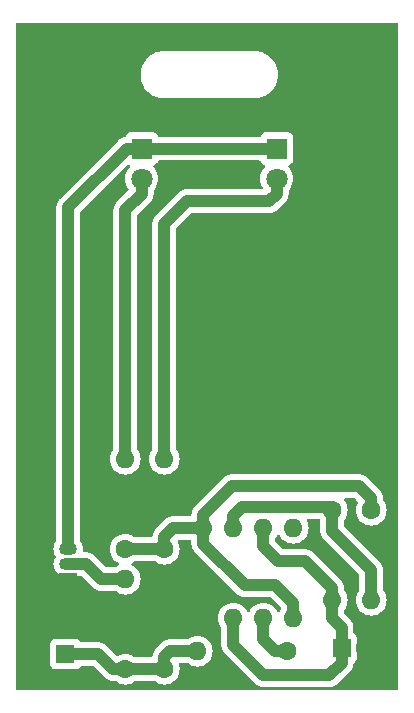
<source format=gbr>
%TF.GenerationSoftware,KiCad,Pcbnew,7.0.2*%
%TF.CreationDate,2023-06-14T17:14:45-03:00*%
%TF.ProjectId,digiKey,64696769-4b65-4792-9e6b-696361645f70,V1*%
%TF.SameCoordinates,Original*%
%TF.FileFunction,Copper,L2,Bot*%
%TF.FilePolarity,Positive*%
%FSLAX46Y46*%
G04 Gerber Fmt 4.6, Leading zero omitted, Abs format (unit mm)*
G04 Created by KiCad (PCBNEW 7.0.2) date 2023-06-14 17:14:45*
%MOMM*%
%LPD*%
G01*
G04 APERTURE LIST*
%TA.AperFunction,ComponentPad*%
%ADD10R,1.500000X1.050000*%
%TD*%
%TA.AperFunction,ComponentPad*%
%ADD11O,1.500000X1.050000*%
%TD*%
%TA.AperFunction,ComponentPad*%
%ADD12C,1.600000*%
%TD*%
%TA.AperFunction,ComponentPad*%
%ADD13O,1.600000X1.600000*%
%TD*%
%TA.AperFunction,ComponentPad*%
%ADD14R,1.600000X1.600000*%
%TD*%
%TA.AperFunction,ComponentPad*%
%ADD15R,1.800000X1.800000*%
%TD*%
%TA.AperFunction,ComponentPad*%
%ADD16C,1.800000*%
%TD*%
%TA.AperFunction,Conductor*%
%ADD17C,1.000000*%
%TD*%
G04 APERTURE END LIST*
D10*
%TO.P,Q1,1,E*%
%TO.N,GND*%
X132842000Y-146304000D03*
D11*
%TO.P,Q1,2,B*%
%TO.N,Net-(Q1-B)*%
X132842000Y-145034000D03*
%TO.P,Q1,3,C*%
%TO.N,Net-(D1-K)*%
X132842000Y-143764000D03*
%TD*%
D12*
%TO.P,R3,1*%
%TO.N,Net-(U1-OUT)*%
X151384000Y-152400000D03*
D13*
%TO.P,R3,2*%
%TO.N,Net-(C2-Pad1)*%
X143764000Y-152400000D03*
%TD*%
D14*
%TO.P,C2,1*%
%TO.N,Net-(C2-Pad1)*%
X132588000Y-152654000D03*
D12*
%TO.P,C2,2*%
%TO.N,GND*%
X132588000Y-150154000D03*
%TD*%
%TO.P,R5,1*%
%TO.N,VCC*%
X140970000Y-143764000D03*
D13*
%TO.P,R5,2*%
%TO.N,Net-(D1-A)*%
X140970000Y-136144000D03*
%TD*%
D12*
%TO.P,R1,1*%
%TO.N,VCC*%
X158496000Y-140462000D03*
D13*
%TO.P,R1,2*%
%TO.N,Net-(U1-DIS)*%
X158496000Y-148082000D03*
%TD*%
D14*
%TO.P,C1,1*%
%TO.N,Net-(U1-THR)*%
X155988000Y-152146000D03*
D12*
%TO.P,C1,2*%
%TO.N,GND*%
X157988000Y-152146000D03*
%TD*%
%TO.P,R7,1*%
%TO.N,Net-(C2-Pad1)*%
X137668000Y-153924000D03*
D13*
%TO.P,R7,2*%
%TO.N,Net-(Q1-B)*%
X137668000Y-146304000D03*
%TD*%
D12*
%TO.P,R6,1*%
%TO.N,VCC*%
X137668000Y-143764000D03*
D13*
%TO.P,R6,2*%
%TO.N,Net-(D2-A)*%
X137668000Y-136144000D03*
%TD*%
D12*
%TO.P,R4,1*%
%TO.N,Net-(C2-Pad1)*%
X140970000Y-153924000D03*
D13*
%TO.P,R4,2*%
%TO.N,GND*%
X140970000Y-146304000D03*
%TD*%
D14*
%TO.P,U1,1,GND*%
%TO.N,GND*%
X144272000Y-149606000D03*
D13*
%TO.P,U1,2,TR*%
%TO.N,Net-(U1-THR)*%
X146812000Y-149606000D03*
%TO.P,U1,3,OUT*%
%TO.N,Net-(U1-OUT)*%
X149352000Y-149606000D03*
%TO.P,U1,4,R*%
%TO.N,VCC*%
X151892000Y-149606000D03*
%TO.P,U1,5,CV*%
%TO.N,unconnected-(U1-CV-Pad5)*%
X151892000Y-141986000D03*
%TO.P,U1,6,THR*%
%TO.N,Net-(U1-THR)*%
X149352000Y-141986000D03*
%TO.P,U1,7,DIS*%
%TO.N,Net-(U1-DIS)*%
X146812000Y-141986000D03*
%TO.P,U1,8,VCC*%
%TO.N,VCC*%
X144272000Y-141986000D03*
%TD*%
D15*
%TO.P,D1,1,K*%
%TO.N,Net-(D1-K)*%
X150495000Y-109855000D03*
D16*
%TO.P,D1,2,A*%
%TO.N,Net-(D1-A)*%
X150495000Y-112395000D03*
%TD*%
D15*
%TO.P,D2,1,K*%
%TO.N,Net-(D1-K)*%
X139065000Y-109855000D03*
D16*
%TO.P,D2,2,A*%
%TO.N,Net-(D2-A)*%
X139065000Y-112395000D03*
%TD*%
D12*
%TO.P,R2,1*%
%TO.N,Net-(U1-DIS)*%
X155194000Y-140462000D03*
D13*
%TO.P,R2,2*%
%TO.N,Net-(U1-THR)*%
X155194000Y-148082000D03*
%TD*%
D17*
%TO.N,Net-(U1-THR)*%
X155194000Y-148082000D02*
X155194000Y-147066000D01*
X154940000Y-154432000D02*
X155988000Y-153384000D01*
X152908000Y-144780000D02*
X150622000Y-144780000D01*
X155988000Y-153384000D02*
X155988000Y-152146000D01*
X155988000Y-150432000D02*
X155194000Y-149638000D01*
X146812000Y-151892000D02*
X149352000Y-154432000D01*
X149352000Y-154432000D02*
X154940000Y-154432000D01*
X155194000Y-149638000D02*
X155194000Y-148082000D01*
X149352000Y-143510000D02*
X149352000Y-141986000D01*
X150622000Y-144780000D02*
X149352000Y-143510000D01*
X155194000Y-147066000D02*
X152908000Y-144780000D01*
X155988000Y-152146000D02*
X155988000Y-150432000D01*
X146812000Y-149606000D02*
X146812000Y-151892000D01*
%TO.N,Net-(C2-Pad1)*%
X140970000Y-153924000D02*
X140970000Y-152908000D01*
X135382000Y-152654000D02*
X132588000Y-152654000D01*
X141478000Y-152400000D02*
X143764000Y-152400000D01*
X140970000Y-153924000D02*
X137668000Y-153924000D01*
X140970000Y-152908000D02*
X141478000Y-152400000D01*
X137668000Y-153924000D02*
X136652000Y-153924000D01*
X136652000Y-153924000D02*
X135382000Y-152654000D01*
%TO.N,Net-(D1-K)*%
X150495000Y-109855000D02*
X139065000Y-109855000D01*
X137795000Y-109855000D02*
X139065000Y-109855000D01*
X132842000Y-114808000D02*
X137795000Y-109855000D01*
X132842000Y-143764000D02*
X132842000Y-114808000D01*
%TO.N,Net-(D1-A)*%
X142875000Y-114300000D02*
X149860000Y-114300000D01*
X149860000Y-114300000D02*
X150495000Y-113665000D01*
X140970000Y-136144000D02*
X140970000Y-116205000D01*
X150495000Y-113665000D02*
X150495000Y-112395000D01*
X140970000Y-116205000D02*
X142875000Y-114300000D01*
%TO.N,Net-(D2-A)*%
X137668000Y-115062000D02*
X139065000Y-113665000D01*
X139065000Y-113665000D02*
X139065000Y-112395000D01*
X137668000Y-136144000D02*
X137668000Y-115062000D01*
%TO.N,Net-(Q1-B)*%
X135636000Y-146304000D02*
X134366000Y-145034000D01*
X134366000Y-145034000D02*
X132842000Y-145034000D01*
X137668000Y-146304000D02*
X135636000Y-146304000D01*
%TO.N,VCC*%
X146696630Y-138430000D02*
X157480000Y-138430000D01*
X157480000Y-138430000D02*
X158496000Y-139446000D01*
X151892000Y-148336000D02*
X150368000Y-146812000D01*
X158496000Y-139446000D02*
X158496000Y-140462000D01*
X140970000Y-142748000D02*
X140970000Y-143764000D01*
X151892000Y-149606000D02*
X151892000Y-148336000D01*
X141732000Y-141986000D02*
X140970000Y-142748000D01*
X150368000Y-146812000D02*
X147788000Y-146812000D01*
X144272000Y-140854630D02*
X146696630Y-138430000D01*
X144272000Y-141986000D02*
X141732000Y-141986000D01*
X144272000Y-143296000D02*
X144272000Y-141986000D01*
X137668000Y-143764000D02*
X140970000Y-143764000D01*
X144272000Y-141986000D02*
X144272000Y-140854630D01*
X147788000Y-146812000D02*
X144272000Y-143296000D01*
%TO.N,Net-(U1-DIS)*%
X155194000Y-140462000D02*
X154940000Y-140208000D01*
X154940000Y-140208000D02*
X147574000Y-140208000D01*
X146812000Y-140970000D02*
X146812000Y-141986000D01*
X155194000Y-142240000D02*
X155194000Y-140462000D01*
X158496000Y-148082000D02*
X158496000Y-145542000D01*
X158496000Y-145542000D02*
X155194000Y-142240000D01*
X147574000Y-140208000D02*
X146812000Y-140970000D01*
%TO.N,Net-(U1-OUT)*%
X149352000Y-151384000D02*
X150368000Y-152400000D01*
X150368000Y-152400000D02*
X151384000Y-152400000D01*
X149352000Y-149606000D02*
X149352000Y-151384000D01*
%TD*%
%TA.AperFunction,Conductor*%
%TO.N,GND*%
G36*
X160724539Y-99207185D02*
G01*
X160770294Y-99259989D01*
X160781500Y-99311500D01*
X160781500Y-155577500D01*
X160761815Y-155644539D01*
X160709011Y-155690294D01*
X160657500Y-155701500D01*
X128521500Y-155701500D01*
X128454461Y-155681815D01*
X128408706Y-155629011D01*
X128397500Y-155577500D01*
X128397500Y-153498578D01*
X131287500Y-153498578D01*
X131287501Y-153501872D01*
X131287853Y-153505152D01*
X131287854Y-153505159D01*
X131293383Y-153556594D01*
X131293909Y-153561483D01*
X131344204Y-153696331D01*
X131430454Y-153811546D01*
X131545669Y-153897796D01*
X131680517Y-153948091D01*
X131740127Y-153954500D01*
X133435872Y-153954499D01*
X133495483Y-153948091D01*
X133630331Y-153897796D01*
X133745546Y-153811546D01*
X133825914Y-153704188D01*
X133881847Y-153662318D01*
X133925180Y-153654500D01*
X134916217Y-153654500D01*
X134983256Y-153674185D01*
X135003898Y-153690819D01*
X135934432Y-154621352D01*
X135936625Y-154623601D01*
X135996942Y-154687054D01*
X136045362Y-154720755D01*
X136052871Y-154726416D01*
X136098593Y-154763698D01*
X136125562Y-154777785D01*
X136138982Y-154785916D01*
X136163949Y-154803294D01*
X136218163Y-154826559D01*
X136226673Y-154830601D01*
X136278951Y-154857909D01*
X136308200Y-154866277D01*
X136322970Y-154871535D01*
X136350942Y-154883540D01*
X136350945Y-154883540D01*
X136350946Y-154883541D01*
X136408726Y-154895414D01*
X136417869Y-154897657D01*
X136474582Y-154913886D01*
X136504920Y-154916196D01*
X136520448Y-154918373D01*
X136550259Y-154924500D01*
X136609244Y-154924500D01*
X136618659Y-154924858D01*
X136622806Y-154925173D01*
X136677476Y-154929337D01*
X136704278Y-154925923D01*
X136707652Y-154925494D01*
X136723317Y-154924500D01*
X136790412Y-154924500D01*
X136857451Y-154944185D01*
X136861523Y-154946917D01*
X137015266Y-155054568D01*
X137221504Y-155150739D01*
X137441308Y-155209635D01*
X137592435Y-155222856D01*
X137667999Y-155229468D01*
X137667999Y-155229467D01*
X137668000Y-155229468D01*
X137894692Y-155209635D01*
X138114496Y-155150739D01*
X138320734Y-155054568D01*
X138474465Y-154946924D01*
X138540671Y-154924598D01*
X138545588Y-154924500D01*
X140092412Y-154924500D01*
X140159451Y-154944185D01*
X140163523Y-154946917D01*
X140317266Y-155054568D01*
X140523504Y-155150739D01*
X140743308Y-155209635D01*
X140970000Y-155229468D01*
X141196692Y-155209635D01*
X141416496Y-155150739D01*
X141622734Y-155054568D01*
X141809139Y-154924047D01*
X141970047Y-154763139D01*
X142100568Y-154576734D01*
X142196739Y-154370496D01*
X142255635Y-154150692D01*
X142275468Y-153924000D01*
X142273175Y-153897796D01*
X142265801Y-153813509D01*
X142255635Y-153697308D01*
X142217930Y-153556594D01*
X142219594Y-153486744D01*
X142258756Y-153428881D01*
X142322985Y-153401377D01*
X142337706Y-153400500D01*
X142886412Y-153400500D01*
X142953451Y-153420185D01*
X142957523Y-153422917D01*
X143111266Y-153530568D01*
X143317504Y-153626739D01*
X143537308Y-153685635D01*
X143764000Y-153705468D01*
X143990692Y-153685635D01*
X144210496Y-153626739D01*
X144416734Y-153530568D01*
X144603139Y-153400047D01*
X144764047Y-153239139D01*
X144894568Y-153052734D01*
X144990739Y-152846496D01*
X145049635Y-152626692D01*
X145069468Y-152400000D01*
X145049635Y-152173308D01*
X144990739Y-151953504D01*
X144894568Y-151747266D01*
X144891560Y-151742969D01*
X144764046Y-151560859D01*
X144603140Y-151399953D01*
X144416735Y-151269432D01*
X144210497Y-151173261D01*
X143990689Y-151114364D01*
X143763999Y-151094531D01*
X143537310Y-151114364D01*
X143317502Y-151173261D01*
X143111265Y-151269432D01*
X143064852Y-151301931D01*
X142968038Y-151369721D01*
X142957535Y-151377075D01*
X142891329Y-151399402D01*
X142886412Y-151399500D01*
X141492238Y-151399500D01*
X141489096Y-151399460D01*
X141401635Y-151397243D01*
X141343581Y-151407648D01*
X141334253Y-151408957D01*
X141275561Y-151414926D01*
X141246527Y-151424035D01*
X141231288Y-151427775D01*
X141201345Y-151433142D01*
X141146568Y-151455021D01*
X141137698Y-151458179D01*
X141081410Y-151475841D01*
X141054809Y-151490605D01*
X141040639Y-151497335D01*
X141012385Y-151508622D01*
X140963121Y-151541087D01*
X140955070Y-151545964D01*
X140903498Y-151574590D01*
X140880414Y-151594407D01*
X140867887Y-151603853D01*
X140842481Y-151620598D01*
X140800776Y-151662302D01*
X140793869Y-151668702D01*
X140749105Y-151707132D01*
X140730480Y-151731193D01*
X140720108Y-151742969D01*
X140272644Y-152190434D01*
X140270396Y-152192626D01*
X140206949Y-152252938D01*
X140173245Y-152301361D01*
X140167573Y-152308882D01*
X140130301Y-152354593D01*
X140116210Y-152381566D01*
X140108082Y-152394983D01*
X140090705Y-152419950D01*
X140067439Y-152474165D01*
X140063399Y-152482671D01*
X140036090Y-152534952D01*
X140027720Y-152564201D01*
X140022459Y-152578978D01*
X140010460Y-152606942D01*
X139998587Y-152664713D01*
X139996342Y-152673860D01*
X139980113Y-152730580D01*
X139977802Y-152760925D01*
X139975622Y-152776466D01*
X139966962Y-152818610D01*
X139964063Y-152818014D01*
X139949815Y-152866539D01*
X139897011Y-152912294D01*
X139845500Y-152923500D01*
X138545588Y-152923500D01*
X138478549Y-152903815D01*
X138474465Y-152901075D01*
X138425142Y-152866539D01*
X138320734Y-152793432D01*
X138284351Y-152776466D01*
X138114497Y-152697261D01*
X137894689Y-152638364D01*
X137667999Y-152618531D01*
X137441310Y-152638364D01*
X137221501Y-152697261D01*
X137040138Y-152781833D01*
X136971060Y-152792325D01*
X136907276Y-152763805D01*
X136900052Y-152757132D01*
X136099567Y-151956647D01*
X136097374Y-151954398D01*
X136037059Y-151890946D01*
X135988642Y-151857247D01*
X135981119Y-151851575D01*
X135935405Y-151814300D01*
X135908440Y-151800215D01*
X135895019Y-151792084D01*
X135870049Y-151774705D01*
X135870048Y-151774704D01*
X135870046Y-151774703D01*
X135815845Y-151751443D01*
X135807336Y-151747402D01*
X135755053Y-151720092D01*
X135749126Y-151718396D01*
X135725798Y-151711721D01*
X135711020Y-151706459D01*
X135683058Y-151694460D01*
X135625272Y-151682583D01*
X135616128Y-151680338D01*
X135559421Y-151664113D01*
X135529075Y-151661802D01*
X135513534Y-151659622D01*
X135483742Y-151653500D01*
X135483741Y-151653500D01*
X135424758Y-151653500D01*
X135415344Y-151653142D01*
X135406198Y-151652445D01*
X135356524Y-151648663D01*
X135356523Y-151648663D01*
X135356522Y-151648663D01*
X135326349Y-151652506D01*
X135310683Y-151653500D01*
X133925180Y-151653500D01*
X133858141Y-151633815D01*
X133825913Y-151603811D01*
X133822708Y-151599530D01*
X133745546Y-151496454D01*
X133630331Y-151410204D01*
X133495483Y-151359909D01*
X133435873Y-151353500D01*
X133432550Y-151353500D01*
X131743439Y-151353500D01*
X131743420Y-151353500D01*
X131740128Y-151353501D01*
X131736848Y-151353853D01*
X131736840Y-151353854D01*
X131680515Y-151359909D01*
X131545669Y-151410204D01*
X131430454Y-151496454D01*
X131344204Y-151611668D01*
X131293909Y-151746516D01*
X131288136Y-151800215D01*
X131287500Y-151806127D01*
X131287500Y-151809448D01*
X131287500Y-151809449D01*
X131287500Y-153498560D01*
X131287500Y-153498578D01*
X128397500Y-153498578D01*
X128397500Y-145033999D01*
X131586538Y-145033999D01*
X131606337Y-145235031D01*
X131664978Y-145428343D01*
X131692376Y-145479601D01*
X131760202Y-145606494D01*
X131785586Y-145637424D01*
X131888352Y-145762647D01*
X131947881Y-145811500D01*
X132044506Y-145890798D01*
X132222659Y-145986023D01*
X132415967Y-146044662D01*
X132566620Y-146059500D01*
X132569670Y-146059500D01*
X133114330Y-146059500D01*
X133117380Y-146059500D01*
X133268033Y-146044662D01*
X133283932Y-146039838D01*
X133319927Y-146034500D01*
X133900217Y-146034500D01*
X133967256Y-146054185D01*
X133987898Y-146070819D01*
X134918432Y-147001352D01*
X134920625Y-147003601D01*
X134980942Y-147067054D01*
X135029362Y-147100755D01*
X135036871Y-147106416D01*
X135082593Y-147143698D01*
X135109562Y-147157785D01*
X135122982Y-147165916D01*
X135147949Y-147183294D01*
X135202163Y-147206559D01*
X135210673Y-147210601D01*
X135262951Y-147237909D01*
X135292200Y-147246277D01*
X135306970Y-147251535D01*
X135334942Y-147263540D01*
X135334945Y-147263540D01*
X135334946Y-147263541D01*
X135392726Y-147275414D01*
X135401869Y-147277657D01*
X135458582Y-147293886D01*
X135488920Y-147296196D01*
X135504448Y-147298373D01*
X135534259Y-147304500D01*
X135593244Y-147304500D01*
X135602659Y-147304858D01*
X135606806Y-147305173D01*
X135661476Y-147309337D01*
X135688278Y-147305923D01*
X135691652Y-147305494D01*
X135707317Y-147304500D01*
X136790412Y-147304500D01*
X136857451Y-147324185D01*
X136861523Y-147326917D01*
X137015266Y-147434568D01*
X137221504Y-147530739D01*
X137441308Y-147589635D01*
X137668000Y-147609468D01*
X137894692Y-147589635D01*
X138114496Y-147530739D01*
X138320734Y-147434568D01*
X138507139Y-147304047D01*
X138668047Y-147143139D01*
X138798568Y-146956734D01*
X138894739Y-146750496D01*
X138953635Y-146530692D01*
X138973468Y-146304000D01*
X138953635Y-146077308D01*
X138894739Y-145857504D01*
X138798568Y-145651266D01*
X138796998Y-145649023D01*
X138668046Y-145464859D01*
X138507140Y-145303953D01*
X138320733Y-145173431D01*
X138262725Y-145146382D01*
X138210285Y-145100210D01*
X138191133Y-145033017D01*
X138211348Y-144966135D01*
X138262725Y-144921618D01*
X138320734Y-144894568D01*
X138474465Y-144786924D01*
X138540671Y-144764598D01*
X138545588Y-144764500D01*
X140092412Y-144764500D01*
X140159451Y-144784185D01*
X140163523Y-144786917D01*
X140317266Y-144894568D01*
X140523504Y-144990739D01*
X140743308Y-145049635D01*
X140970000Y-145069468D01*
X141196692Y-145049635D01*
X141416496Y-144990739D01*
X141622734Y-144894568D01*
X141809139Y-144764047D01*
X141970047Y-144603139D01*
X142100568Y-144416734D01*
X142196739Y-144210496D01*
X142255635Y-143990692D01*
X142275468Y-143764000D01*
X142255635Y-143537308D01*
X142196739Y-143317504D01*
X142147886Y-143212739D01*
X142124648Y-143162905D01*
X142114156Y-143093828D01*
X142142676Y-143030044D01*
X142201152Y-142991804D01*
X142237030Y-142986500D01*
X143147500Y-142986500D01*
X143214539Y-143006185D01*
X143260294Y-143058989D01*
X143271500Y-143110500D01*
X143271500Y-143281721D01*
X143271460Y-143284863D01*
X143269242Y-143372362D01*
X143279648Y-143430420D01*
X143280957Y-143439749D01*
X143286926Y-143498438D01*
X143296033Y-143527467D01*
X143299772Y-143542702D01*
X143305141Y-143572652D01*
X143327020Y-143627425D01*
X143330180Y-143636300D01*
X143347841Y-143692588D01*
X143362607Y-143719191D01*
X143369337Y-143733364D01*
X143380622Y-143761617D01*
X143413080Y-143810867D01*
X143417961Y-143818923D01*
X143446590Y-143870501D01*
X143466404Y-143893581D01*
X143475856Y-143906116D01*
X143489102Y-143926215D01*
X143492599Y-143931520D01*
X143534300Y-143973221D01*
X143540705Y-143980132D01*
X143579134Y-144024896D01*
X143603193Y-144043519D01*
X143614972Y-144053893D01*
X147070431Y-147509351D01*
X147072624Y-147511600D01*
X147132942Y-147575054D01*
X147181362Y-147608755D01*
X147188871Y-147614416D01*
X147234593Y-147651698D01*
X147261562Y-147665785D01*
X147274982Y-147673916D01*
X147299949Y-147691294D01*
X147354163Y-147714559D01*
X147362663Y-147718595D01*
X147389180Y-147732447D01*
X147414951Y-147745909D01*
X147444196Y-147754277D01*
X147458986Y-147759543D01*
X147463542Y-147761498D01*
X147486942Y-147771540D01*
X147544737Y-147783416D01*
X147553854Y-147785654D01*
X147610582Y-147801887D01*
X147640916Y-147804196D01*
X147656453Y-147806374D01*
X147686259Y-147812500D01*
X147745242Y-147812500D01*
X147754656Y-147812858D01*
X147813476Y-147817337D01*
X147843651Y-147813493D01*
X147859317Y-147812500D01*
X149902217Y-147812500D01*
X149969256Y-147832185D01*
X149989898Y-147848819D01*
X150824963Y-148683884D01*
X150858448Y-148745207D01*
X150853464Y-148814899D01*
X150838858Y-148842687D01*
X150761433Y-148953263D01*
X150734382Y-149011275D01*
X150688209Y-149063714D01*
X150621015Y-149082865D01*
X150554134Y-149062649D01*
X150509618Y-149011275D01*
X150482568Y-148953266D01*
X150437194Y-148888465D01*
X150352046Y-148766859D01*
X150191140Y-148605953D01*
X150004735Y-148475432D01*
X149798497Y-148379261D01*
X149578689Y-148320364D01*
X149352000Y-148300531D01*
X149125310Y-148320364D01*
X148905502Y-148379261D01*
X148699264Y-148475432D01*
X148512859Y-148605953D01*
X148351953Y-148766859D01*
X148221433Y-148953263D01*
X148194382Y-149011275D01*
X148148209Y-149063714D01*
X148081015Y-149082865D01*
X148014134Y-149062649D01*
X147969618Y-149011275D01*
X147942568Y-148953266D01*
X147897194Y-148888465D01*
X147812046Y-148766859D01*
X147651140Y-148605953D01*
X147464735Y-148475432D01*
X147258497Y-148379261D01*
X147038689Y-148320364D01*
X146812000Y-148300531D01*
X146585310Y-148320364D01*
X146365502Y-148379261D01*
X146159264Y-148475432D01*
X145972859Y-148605953D01*
X145811953Y-148766859D01*
X145681432Y-148953264D01*
X145585261Y-149159502D01*
X145526364Y-149379310D01*
X145506531Y-149605999D01*
X145526364Y-149832689D01*
X145585261Y-150052497D01*
X145673420Y-150241552D01*
X145681432Y-150258734D01*
X145773574Y-150390328D01*
X145789075Y-150412465D01*
X145811402Y-150478671D01*
X145811500Y-150483588D01*
X145811500Y-151877721D01*
X145811460Y-151880863D01*
X145809242Y-151968362D01*
X145819648Y-152026420D01*
X145820957Y-152035749D01*
X145826926Y-152094438D01*
X145836033Y-152123467D01*
X145839772Y-152138702D01*
X145845141Y-152168652D01*
X145867020Y-152223425D01*
X145870180Y-152232300D01*
X145887841Y-152288588D01*
X145902607Y-152315191D01*
X145909337Y-152329364D01*
X145920622Y-152357617D01*
X145953080Y-152406867D01*
X145957961Y-152414923D01*
X145986590Y-152466501D01*
X146006404Y-152489581D01*
X146015856Y-152502116D01*
X146032599Y-152527520D01*
X146074300Y-152569221D01*
X146080705Y-152576132D01*
X146119130Y-152620891D01*
X146119131Y-152620892D01*
X146119134Y-152620895D01*
X146143198Y-152639522D01*
X146154968Y-152649889D01*
X148634449Y-155129370D01*
X148636642Y-155131619D01*
X148696941Y-155195053D01*
X148745370Y-155228760D01*
X148752862Y-155234409D01*
X148798592Y-155271697D01*
X148818939Y-155282325D01*
X148825557Y-155285782D01*
X148838981Y-155293915D01*
X148863950Y-155311295D01*
X148863951Y-155311295D01*
X148918165Y-155334560D01*
X148926675Y-155338602D01*
X148978951Y-155365909D01*
X149008200Y-155374277D01*
X149022970Y-155379535D01*
X149050942Y-155391540D01*
X149050945Y-155391540D01*
X149050946Y-155391541D01*
X149108726Y-155403414D01*
X149117869Y-155405657D01*
X149174582Y-155421886D01*
X149204920Y-155424196D01*
X149220448Y-155426373D01*
X149250259Y-155432500D01*
X149309244Y-155432500D01*
X149318659Y-155432858D01*
X149322806Y-155433173D01*
X149377476Y-155437337D01*
X149404278Y-155433923D01*
X149407652Y-155433494D01*
X149423317Y-155432500D01*
X154925721Y-155432500D01*
X154928862Y-155432539D01*
X155016363Y-155434757D01*
X155074432Y-155424348D01*
X155083736Y-155423043D01*
X155142438Y-155417074D01*
X155171467Y-155407965D01*
X155186700Y-155404226D01*
X155216653Y-155398858D01*
X155271426Y-155376978D01*
X155280301Y-155373819D01*
X155297675Y-155368367D01*
X155336588Y-155356159D01*
X155363194Y-155341390D01*
X155377362Y-155334662D01*
X155405617Y-155323377D01*
X155454879Y-155290909D01*
X155462910Y-155286043D01*
X155514502Y-155257409D01*
X155537587Y-155237589D01*
X155550114Y-155228144D01*
X155575519Y-155211402D01*
X155617251Y-155169668D01*
X155624123Y-155163300D01*
X155668895Y-155124866D01*
X155687524Y-155100798D01*
X155697883Y-155089036D01*
X156685390Y-154101528D01*
X156687560Y-154099412D01*
X156751053Y-154039059D01*
X156784759Y-153990630D01*
X156790428Y-153983113D01*
X156827698Y-153937407D01*
X156841783Y-153910439D01*
X156849918Y-153897015D01*
X156856373Y-153887740D01*
X156867295Y-153872049D01*
X156890568Y-153817815D01*
X156894598Y-153809331D01*
X156921908Y-153757051D01*
X156921909Y-153757049D01*
X156930278Y-153727797D01*
X156935534Y-153713032D01*
X156947540Y-153685058D01*
X156959418Y-153627256D01*
X156961651Y-153618156D01*
X156977887Y-153561418D01*
X156980197Y-153531077D01*
X156982376Y-153515535D01*
X156988500Y-153485741D01*
X156988500Y-153483180D01*
X156990253Y-153477207D01*
X156991039Y-153473387D01*
X156991356Y-153473452D01*
X157008185Y-153416141D01*
X157038187Y-153383914D01*
X157145546Y-153303546D01*
X157231796Y-153188331D01*
X157282091Y-153053483D01*
X157288500Y-152993873D01*
X157288499Y-151298128D01*
X157282091Y-151238517D01*
X157231796Y-151103669D01*
X157145546Y-150988454D01*
X157038188Y-150908085D01*
X156996318Y-150852153D01*
X156988500Y-150808820D01*
X156988500Y-150446277D01*
X156988540Y-150443135D01*
X156990757Y-150355639D01*
X156984111Y-150318563D01*
X156980346Y-150297558D01*
X156979039Y-150288232D01*
X156973074Y-150229562D01*
X156963963Y-150200527D01*
X156960226Y-150185297D01*
X156954859Y-150155348D01*
X156932972Y-150100555D01*
X156929816Y-150091690D01*
X156912159Y-150035412D01*
X156897395Y-150008813D01*
X156890665Y-149994640D01*
X156880593Y-149969425D01*
X156879378Y-149966383D01*
X156846909Y-149917118D01*
X156842040Y-149909082D01*
X156813409Y-149857498D01*
X156813408Y-149857496D01*
X156793593Y-149834415D01*
X156784144Y-149821883D01*
X156767402Y-149796481D01*
X156725699Y-149754779D01*
X156719292Y-149747866D01*
X156680865Y-149703103D01*
X156656802Y-149684477D01*
X156645022Y-149674102D01*
X156230819Y-149259899D01*
X156197334Y-149198576D01*
X156194500Y-149172218D01*
X156194500Y-148959588D01*
X156214185Y-148892549D01*
X156216925Y-148888465D01*
X156268436Y-148814899D01*
X156324568Y-148734734D01*
X156420739Y-148528496D01*
X156479635Y-148308692D01*
X156499468Y-148082000D01*
X156479635Y-147855308D01*
X156420739Y-147635504D01*
X156324568Y-147429266D01*
X156324567Y-147429264D01*
X156216925Y-147275533D01*
X156194597Y-147209326D01*
X156194500Y-147204410D01*
X156194500Y-147080238D01*
X156194540Y-147077096D01*
X156196756Y-146989638D01*
X156186351Y-146931585D01*
X156185042Y-146922253D01*
X156179074Y-146863562D01*
X156169967Y-146834537D01*
X156166223Y-146819286D01*
X156160857Y-146789343D01*
X156138976Y-146734565D01*
X156135816Y-146725689D01*
X156133056Y-146716892D01*
X156118159Y-146669412D01*
X156103395Y-146642812D01*
X156096660Y-146628631D01*
X156085377Y-146600383D01*
X156052917Y-146551131D01*
X156048036Y-146543074D01*
X156019409Y-146491498D01*
X155999582Y-146468403D01*
X155990146Y-146455888D01*
X155973402Y-146430481D01*
X155973400Y-146430479D01*
X155973399Y-146430477D01*
X155931693Y-146388772D01*
X155925287Y-146381860D01*
X155886864Y-146337102D01*
X155862804Y-146318478D01*
X155851026Y-146308105D01*
X153625567Y-144082647D01*
X153623374Y-144080398D01*
X153563059Y-144016946D01*
X153514642Y-143983247D01*
X153507119Y-143977575D01*
X153461405Y-143940300D01*
X153434440Y-143926215D01*
X153421019Y-143918084D01*
X153396049Y-143900705D01*
X153396048Y-143900704D01*
X153396046Y-143900703D01*
X153341845Y-143877443D01*
X153333336Y-143873402D01*
X153281053Y-143846092D01*
X153275126Y-143844396D01*
X153251798Y-143837721D01*
X153237020Y-143832459D01*
X153209058Y-143820460D01*
X153151272Y-143808583D01*
X153142128Y-143806338D01*
X153085421Y-143790113D01*
X153055075Y-143787802D01*
X153039534Y-143785622D01*
X153009742Y-143779500D01*
X153009741Y-143779500D01*
X152950758Y-143779500D01*
X152941344Y-143779142D01*
X152932198Y-143778445D01*
X152882524Y-143774663D01*
X152882523Y-143774663D01*
X152882522Y-143774663D01*
X152852349Y-143778506D01*
X152836683Y-143779500D01*
X151087783Y-143779500D01*
X151020744Y-143759815D01*
X151000102Y-143743181D01*
X150388819Y-143131898D01*
X150355334Y-143070575D01*
X150352500Y-143044217D01*
X150352500Y-142863588D01*
X150372185Y-142796549D01*
X150374925Y-142792465D01*
X150394889Y-142763953D01*
X150482568Y-142638734D01*
X150509618Y-142580724D01*
X150555790Y-142528285D01*
X150622983Y-142509133D01*
X150689865Y-142529348D01*
X150734382Y-142580725D01*
X150761431Y-142638733D01*
X150891953Y-142825140D01*
X151052859Y-142986046D01*
X151239264Y-143116567D01*
X151239265Y-143116567D01*
X151239266Y-143116568D01*
X151445504Y-143212739D01*
X151665308Y-143271635D01*
X151798457Y-143283284D01*
X151891999Y-143291468D01*
X151891999Y-143291467D01*
X151892000Y-143291468D01*
X152118692Y-143271635D01*
X152338496Y-143212739D01*
X152544734Y-143116568D01*
X152731139Y-142986047D01*
X152892047Y-142825139D01*
X153022568Y-142638734D01*
X153118739Y-142432496D01*
X153177635Y-142212692D01*
X153197468Y-141986000D01*
X153177635Y-141759308D01*
X153118739Y-141539504D01*
X153046648Y-141384905D01*
X153036156Y-141315828D01*
X153064676Y-141252044D01*
X153123152Y-141213804D01*
X153159030Y-141208500D01*
X154064537Y-141208500D01*
X154131576Y-141228185D01*
X154166112Y-141261377D01*
X154171075Y-141268465D01*
X154193402Y-141334671D01*
X154193500Y-141339588D01*
X154193500Y-142225721D01*
X154193460Y-142228863D01*
X154191242Y-142316362D01*
X154201648Y-142374420D01*
X154202957Y-142383749D01*
X154208926Y-142442438D01*
X154218033Y-142471467D01*
X154221772Y-142486702D01*
X154227141Y-142516652D01*
X154249020Y-142571425D01*
X154252180Y-142580300D01*
X154268850Y-142633432D01*
X154269841Y-142636588D01*
X154284607Y-142663191D01*
X154291337Y-142677364D01*
X154302622Y-142705617D01*
X154335080Y-142754867D01*
X154339961Y-142762923D01*
X154368590Y-142814501D01*
X154388404Y-142837581D01*
X154397856Y-142850116D01*
X154411170Y-142870318D01*
X154414599Y-142875520D01*
X154456300Y-142917221D01*
X154462705Y-142924132D01*
X154501134Y-142968896D01*
X154525193Y-142987519D01*
X154536972Y-142997893D01*
X157459180Y-145920101D01*
X157492665Y-145981424D01*
X157495499Y-146007782D01*
X157495500Y-147204410D01*
X157475815Y-147271449D01*
X157473075Y-147275533D01*
X157365432Y-147429264D01*
X157269261Y-147635502D01*
X157210364Y-147855310D01*
X157190531Y-148081999D01*
X157210364Y-148308689D01*
X157269261Y-148528497D01*
X157365432Y-148734735D01*
X157495953Y-148921140D01*
X157656859Y-149082046D01*
X157843264Y-149212567D01*
X157843265Y-149212567D01*
X157843266Y-149212568D01*
X158049504Y-149308739D01*
X158269308Y-149367635D01*
X158496000Y-149387468D01*
X158722692Y-149367635D01*
X158942496Y-149308739D01*
X159148734Y-149212568D01*
X159335139Y-149082047D01*
X159496047Y-148921139D01*
X159626568Y-148734734D01*
X159722739Y-148528496D01*
X159781635Y-148308692D01*
X159801468Y-148082000D01*
X159781635Y-147855308D01*
X159722739Y-147635504D01*
X159626568Y-147429266D01*
X159626567Y-147429264D01*
X159518925Y-147275533D01*
X159496597Y-147209326D01*
X159496500Y-147204410D01*
X159496500Y-145556238D01*
X159496540Y-145553096D01*
X159498756Y-145465638D01*
X159498617Y-145464861D01*
X159488349Y-145407576D01*
X159487042Y-145398253D01*
X159481074Y-145339562D01*
X159471967Y-145310537D01*
X159468223Y-145295286D01*
X159466167Y-145283815D01*
X159462858Y-145265347D01*
X159462857Y-145265345D01*
X159462857Y-145265343D01*
X159440976Y-145210565D01*
X159437816Y-145201689D01*
X159435056Y-145192892D01*
X159420159Y-145145412D01*
X159405395Y-145118812D01*
X159398660Y-145104631D01*
X159396894Y-145100210D01*
X159387377Y-145076383D01*
X159354917Y-145027131D01*
X159350036Y-145019074D01*
X159321409Y-144967498D01*
X159301582Y-144944403D01*
X159292146Y-144931888D01*
X159275402Y-144906481D01*
X159275400Y-144906479D01*
X159275399Y-144906477D01*
X159233693Y-144864772D01*
X159227287Y-144857860D01*
X159188864Y-144813102D01*
X159164804Y-144794478D01*
X159153026Y-144784105D01*
X156230819Y-141861898D01*
X156197334Y-141800575D01*
X156194500Y-141774217D01*
X156194500Y-141339588D01*
X156214185Y-141272549D01*
X156216925Y-141268465D01*
X156251564Y-141218995D01*
X156324568Y-141114734D01*
X156420739Y-140908496D01*
X156479635Y-140688692D01*
X156499468Y-140462000D01*
X156479635Y-140235308D01*
X156420739Y-140015504D01*
X156324568Y-139809266D01*
X156324567Y-139809264D01*
X156195982Y-139625623D01*
X156173655Y-139559416D01*
X156190666Y-139491649D01*
X156241614Y-139443837D01*
X156297557Y-139430500D01*
X157014217Y-139430500D01*
X157081256Y-139450185D01*
X157101898Y-139466819D01*
X157224405Y-139589326D01*
X157329132Y-139694052D01*
X157362617Y-139755375D01*
X157357633Y-139825066D01*
X157353833Y-139834138D01*
X157269261Y-140015501D01*
X157210364Y-140235310D01*
X157190531Y-140461999D01*
X157210364Y-140688689D01*
X157269261Y-140908497D01*
X157365432Y-141114735D01*
X157495953Y-141301140D01*
X157656859Y-141462046D01*
X157843264Y-141592567D01*
X157843265Y-141592567D01*
X157843266Y-141592568D01*
X158049504Y-141688739D01*
X158269308Y-141747635D01*
X158496000Y-141767468D01*
X158722692Y-141747635D01*
X158942496Y-141688739D01*
X159148734Y-141592568D01*
X159335139Y-141462047D01*
X159496047Y-141301139D01*
X159626568Y-141114734D01*
X159722739Y-140908496D01*
X159781635Y-140688692D01*
X159801468Y-140462000D01*
X159781635Y-140235308D01*
X159722739Y-140015504D01*
X159626568Y-139809266D01*
X159626567Y-139809264D01*
X159518925Y-139655533D01*
X159496597Y-139589326D01*
X159496500Y-139584410D01*
X159496500Y-139460277D01*
X159496540Y-139457135D01*
X159498757Y-139369638D01*
X159488350Y-139311574D01*
X159487041Y-139302242D01*
X159481074Y-139243562D01*
X159471962Y-139214520D01*
X159468226Y-139199297D01*
X159462858Y-139169347D01*
X159440976Y-139114566D01*
X159437816Y-139105689D01*
X159420159Y-139049412D01*
X159405395Y-139022812D01*
X159398660Y-139008631D01*
X159387377Y-138980383D01*
X159354917Y-138931131D01*
X159350036Y-138923074D01*
X159321409Y-138871498D01*
X159301582Y-138848403D01*
X159292146Y-138835888D01*
X159275402Y-138810481D01*
X159233680Y-138768760D01*
X159227300Y-138761876D01*
X159188866Y-138717105D01*
X159188860Y-138717100D01*
X159164804Y-138698478D01*
X159153026Y-138688105D01*
X158197567Y-137732647D01*
X158195374Y-137730398D01*
X158135059Y-137666946D01*
X158086642Y-137633247D01*
X158079119Y-137627575D01*
X158033405Y-137590300D01*
X158006440Y-137576215D01*
X157993019Y-137568084D01*
X157968049Y-137550705D01*
X157968048Y-137550704D01*
X157968046Y-137550703D01*
X157913845Y-137527443D01*
X157905336Y-137523402D01*
X157853053Y-137496092D01*
X157847126Y-137494396D01*
X157823798Y-137487721D01*
X157809020Y-137482459D01*
X157781058Y-137470460D01*
X157723272Y-137458583D01*
X157714128Y-137456338D01*
X157657421Y-137440113D01*
X157627075Y-137437802D01*
X157611534Y-137435622D01*
X157581742Y-137429500D01*
X157581741Y-137429500D01*
X157522758Y-137429500D01*
X157513344Y-137429142D01*
X157488392Y-137427242D01*
X157454524Y-137424663D01*
X157454523Y-137424663D01*
X157454522Y-137424663D01*
X157424349Y-137428506D01*
X157408683Y-137429500D01*
X146710909Y-137429500D01*
X146707767Y-137429460D01*
X146620267Y-137427242D01*
X146562210Y-137437648D01*
X146552881Y-137438957D01*
X146494188Y-137444926D01*
X146465158Y-137454034D01*
X146449918Y-137457775D01*
X146419976Y-137463141D01*
X146365202Y-137485020D01*
X146356332Y-137488178D01*
X146300039Y-137505841D01*
X146273448Y-137520600D01*
X146259278Y-137527330D01*
X146231013Y-137538621D01*
X146181751Y-137571087D01*
X146173696Y-137575967D01*
X146122125Y-137604591D01*
X146099036Y-137624412D01*
X146086513Y-137633855D01*
X146061114Y-137650596D01*
X146019412Y-137692297D01*
X146012505Y-137698698D01*
X145967734Y-137737134D01*
X145949110Y-137761194D01*
X145938737Y-137772971D01*
X143574646Y-140137062D01*
X143572399Y-140139253D01*
X143508948Y-140199569D01*
X143475244Y-140247992D01*
X143469573Y-140255512D01*
X143432301Y-140301223D01*
X143418210Y-140328196D01*
X143410082Y-140341613D01*
X143392705Y-140366580D01*
X143369439Y-140420795D01*
X143365399Y-140429301D01*
X143338090Y-140481582D01*
X143329720Y-140510831D01*
X143324459Y-140525608D01*
X143312460Y-140553572D01*
X143300587Y-140611343D01*
X143298342Y-140620490D01*
X143282113Y-140677210D01*
X143279802Y-140707555D01*
X143277622Y-140723096D01*
X143271500Y-140752888D01*
X143271500Y-140811871D01*
X143271142Y-140821286D01*
X143267363Y-140870915D01*
X143242645Y-140936266D01*
X143186520Y-140977880D01*
X143143721Y-140985500D01*
X141746279Y-140985500D01*
X141743137Y-140985460D01*
X141655637Y-140983242D01*
X141597580Y-140993648D01*
X141588251Y-140994957D01*
X141529562Y-141000926D01*
X141500527Y-141010035D01*
X141485290Y-141013774D01*
X141455346Y-141019141D01*
X141400568Y-141041021D01*
X141391698Y-141044179D01*
X141335414Y-141061839D01*
X141308819Y-141076601D01*
X141294641Y-141083334D01*
X141266385Y-141094620D01*
X141217122Y-141127087D01*
X141209066Y-141131967D01*
X141157495Y-141160591D01*
X141134406Y-141180412D01*
X141121883Y-141189855D01*
X141096484Y-141206596D01*
X141054782Y-141248297D01*
X141047875Y-141254698D01*
X141003104Y-141293134D01*
X140984480Y-141317194D01*
X140974107Y-141328971D01*
X140272646Y-142030432D01*
X140270399Y-142032623D01*
X140206948Y-142092939D01*
X140173244Y-142141362D01*
X140167573Y-142148882D01*
X140130301Y-142194593D01*
X140116210Y-142221566D01*
X140108082Y-142234983D01*
X140090705Y-142259950D01*
X140067439Y-142314165D01*
X140063399Y-142322671D01*
X140036090Y-142374952D01*
X140027720Y-142404201D01*
X140022459Y-142418978D01*
X140010460Y-142446942D01*
X139998587Y-142504713D01*
X139996342Y-142513860D01*
X139980113Y-142570580D01*
X139977802Y-142600925D01*
X139975622Y-142616466D01*
X139966962Y-142658610D01*
X139964063Y-142658014D01*
X139949815Y-142706539D01*
X139897011Y-142752294D01*
X139845500Y-142763500D01*
X138545588Y-142763500D01*
X138478549Y-142743815D01*
X138474465Y-142741075D01*
X138425142Y-142706539D01*
X138320734Y-142633432D01*
X138284351Y-142616466D01*
X138114497Y-142537261D01*
X137894689Y-142478364D01*
X137667999Y-142458531D01*
X137441310Y-142478364D01*
X137221502Y-142537261D01*
X137015264Y-142633432D01*
X136828859Y-142763953D01*
X136667953Y-142924859D01*
X136537432Y-143111264D01*
X136441261Y-143317502D01*
X136382364Y-143537310D01*
X136362531Y-143763999D01*
X136382364Y-143990689D01*
X136441261Y-144210497D01*
X136537432Y-144416735D01*
X136667953Y-144603140D01*
X136828859Y-144764046D01*
X137015263Y-144894566D01*
X137015266Y-144894568D01*
X137073275Y-144921618D01*
X137125714Y-144967791D01*
X137144865Y-145034985D01*
X137124649Y-145101866D01*
X137073275Y-145146382D01*
X137015263Y-145173433D01*
X136898483Y-145255203D01*
X136881378Y-145267181D01*
X136861535Y-145281075D01*
X136795329Y-145303402D01*
X136790412Y-145303500D01*
X136101783Y-145303500D01*
X136034744Y-145283815D01*
X136014102Y-145267181D01*
X135083567Y-144336647D01*
X135081374Y-144334398D01*
X135021059Y-144270946D01*
X134972642Y-144237247D01*
X134965119Y-144231575D01*
X134919405Y-144194300D01*
X134892440Y-144180215D01*
X134879019Y-144172084D01*
X134854049Y-144154705D01*
X134854048Y-144154704D01*
X134854046Y-144154703D01*
X134799845Y-144131443D01*
X134791336Y-144127402D01*
X134739053Y-144100092D01*
X134733126Y-144098396D01*
X134709798Y-144091721D01*
X134695020Y-144086459D01*
X134667058Y-144074460D01*
X134609272Y-144062583D01*
X134600128Y-144060338D01*
X134543421Y-144044113D01*
X134513075Y-144041802D01*
X134497534Y-144039622D01*
X134467742Y-144033500D01*
X134467741Y-144033500D01*
X134408758Y-144033500D01*
X134399344Y-144033142D01*
X134390198Y-144032445D01*
X134340524Y-144028663D01*
X134340523Y-144028663D01*
X134340522Y-144028663D01*
X134310349Y-144032506D01*
X134294683Y-144033500D01*
X134207732Y-144033500D01*
X134140693Y-144013815D01*
X134094938Y-143961011D01*
X134084329Y-143897346D01*
X134091901Y-143820460D01*
X134097462Y-143764000D01*
X134077662Y-143562967D01*
X134019023Y-143369659D01*
X133923798Y-143191506D01*
X133870645Y-143126738D01*
X133843333Y-143062430D01*
X133842499Y-143048092D01*
X133842499Y-115273781D01*
X133862184Y-115206743D01*
X133878813Y-115186106D01*
X137825137Y-111239782D01*
X137886458Y-111206299D01*
X137956148Y-111211282D01*
X138002905Y-111228722D01*
X138058839Y-111270593D01*
X138083256Y-111336058D01*
X138068404Y-111404331D01*
X138050802Y-111428887D01*
X137956020Y-111531848D01*
X137829076Y-111726150D01*
X137735844Y-111938696D01*
X137678865Y-112163700D01*
X137659699Y-112394999D01*
X137678865Y-112626299D01*
X137678865Y-112626301D01*
X137678866Y-112626305D01*
X137735843Y-112851300D01*
X137829076Y-113063849D01*
X137940819Y-113234885D01*
X137961006Y-113301773D01*
X137941826Y-113368959D01*
X137924691Y-113390386D01*
X136970645Y-114344433D01*
X136968398Y-114346624D01*
X136904948Y-114406940D01*
X136871244Y-114455362D01*
X136865573Y-114462882D01*
X136828301Y-114508593D01*
X136814210Y-114535566D01*
X136806082Y-114548983D01*
X136788705Y-114573950D01*
X136765439Y-114628165D01*
X136761399Y-114636671D01*
X136734090Y-114688952D01*
X136725720Y-114718201D01*
X136720459Y-114732978D01*
X136708460Y-114760942D01*
X136696587Y-114818713D01*
X136694342Y-114827860D01*
X136678113Y-114884580D01*
X136675802Y-114914925D01*
X136673622Y-114930466D01*
X136667500Y-114960258D01*
X136667500Y-115019241D01*
X136667142Y-115028655D01*
X136662663Y-115087477D01*
X136666506Y-115117651D01*
X136667500Y-115133317D01*
X136667500Y-135266410D01*
X136647815Y-135333449D01*
X136645075Y-135337533D01*
X136537432Y-135491264D01*
X136441261Y-135697502D01*
X136382364Y-135917310D01*
X136362531Y-136144000D01*
X136382364Y-136370689D01*
X136441261Y-136590497D01*
X136537432Y-136796735D01*
X136667953Y-136983140D01*
X136828859Y-137144046D01*
X137015264Y-137274567D01*
X137015265Y-137274567D01*
X137015266Y-137274568D01*
X137221504Y-137370739D01*
X137441308Y-137429635D01*
X137547859Y-137438957D01*
X137667999Y-137449468D01*
X137667999Y-137449467D01*
X137668000Y-137449468D01*
X137894692Y-137429635D01*
X138114496Y-137370739D01*
X138320734Y-137274568D01*
X138507139Y-137144047D01*
X138668047Y-136983139D01*
X138798568Y-136796734D01*
X138894739Y-136590496D01*
X138953635Y-136370692D01*
X138973468Y-136144000D01*
X138953635Y-135917308D01*
X138894739Y-135697504D01*
X138798568Y-135491266D01*
X138690925Y-135337533D01*
X138668597Y-135271326D01*
X138668500Y-135266410D01*
X138668500Y-115527781D01*
X138688185Y-115460742D01*
X138704814Y-115440105D01*
X139762409Y-114382510D01*
X139764579Y-114380394D01*
X139828053Y-114320059D01*
X139861757Y-114271633D01*
X139867426Y-114264116D01*
X139904698Y-114218407D01*
X139918783Y-114191439D01*
X139926918Y-114178015D01*
X139933373Y-114168740D01*
X139944295Y-114153049D01*
X139967568Y-114098815D01*
X139971598Y-114090331D01*
X139998909Y-114038049D01*
X140007274Y-114008813D01*
X140007275Y-114008808D01*
X140012541Y-113994017D01*
X140024540Y-113966058D01*
X140036417Y-113908256D01*
X140038652Y-113899148D01*
X140054886Y-113842418D01*
X140057196Y-113812078D01*
X140059376Y-113796540D01*
X140065500Y-113766742D01*
X140065500Y-113707754D01*
X140065858Y-113698339D01*
X140070074Y-113642971D01*
X140070337Y-113639524D01*
X140066493Y-113609338D01*
X140065500Y-113593676D01*
X140065500Y-113424378D01*
X140085185Y-113357339D01*
X140098270Y-113340395D01*
X140104948Y-113333141D01*
X140173979Y-113258153D01*
X140300924Y-113063849D01*
X140394157Y-112851300D01*
X140451134Y-112626305D01*
X140470300Y-112395000D01*
X140451134Y-112163695D01*
X140394157Y-111938700D01*
X140300924Y-111726151D01*
X140173979Y-111531847D01*
X140079195Y-111428884D01*
X140048275Y-111366232D01*
X140056135Y-111296806D01*
X140100282Y-111242651D01*
X140127091Y-111228723D01*
X140207331Y-111198796D01*
X140322546Y-111112546D01*
X140408796Y-110997331D01*
X140431609Y-110936165D01*
X140473479Y-110880233D01*
X140538943Y-110855816D01*
X140547790Y-110855500D01*
X149012210Y-110855500D01*
X149079249Y-110875185D01*
X149125004Y-110927989D01*
X149128385Y-110936150D01*
X149151204Y-110997331D01*
X149237454Y-111112546D01*
X149352669Y-111198796D01*
X149432905Y-111228722D01*
X149488839Y-111270593D01*
X149513256Y-111336058D01*
X149498404Y-111404331D01*
X149480802Y-111428887D01*
X149386020Y-111531848D01*
X149259076Y-111726150D01*
X149165844Y-111938696D01*
X149108865Y-112163700D01*
X149089699Y-112395000D01*
X149108865Y-112626299D01*
X149108865Y-112626301D01*
X149108866Y-112626305D01*
X149165843Y-112851300D01*
X149259076Y-113063849D01*
X149287712Y-113107681D01*
X149307899Y-113174568D01*
X149288719Y-113241753D01*
X149236261Y-113287904D01*
X149183903Y-113299500D01*
X142889279Y-113299500D01*
X142886137Y-113299460D01*
X142798637Y-113297242D01*
X142740580Y-113307648D01*
X142731251Y-113308957D01*
X142672562Y-113314926D01*
X142643527Y-113324035D01*
X142628290Y-113327774D01*
X142598346Y-113333141D01*
X142543568Y-113355021D01*
X142534698Y-113358179D01*
X142478414Y-113375839D01*
X142451819Y-113390601D01*
X142437641Y-113397334D01*
X142409385Y-113408620D01*
X142360122Y-113441087D01*
X142352066Y-113445967D01*
X142300495Y-113474591D01*
X142277406Y-113494412D01*
X142264883Y-113503855D01*
X142239484Y-113520596D01*
X142197782Y-113562297D01*
X142190875Y-113568698D01*
X142146104Y-113607134D01*
X142127480Y-113631194D01*
X142117107Y-113642971D01*
X140272646Y-115487432D01*
X140270399Y-115489623D01*
X140206948Y-115549939D01*
X140173244Y-115598362D01*
X140167573Y-115605882D01*
X140130301Y-115651593D01*
X140116210Y-115678566D01*
X140108082Y-115691983D01*
X140090705Y-115716950D01*
X140067439Y-115771165D01*
X140063399Y-115779671D01*
X140036090Y-115831952D01*
X140027720Y-115861201D01*
X140022459Y-115875978D01*
X140010460Y-115903942D01*
X139998587Y-115961713D01*
X139996342Y-115970860D01*
X139980113Y-116027580D01*
X139977802Y-116057925D01*
X139975622Y-116073466D01*
X139969500Y-116103258D01*
X139969500Y-116162241D01*
X139969142Y-116171655D01*
X139964663Y-116230477D01*
X139968506Y-116260651D01*
X139969500Y-116276317D01*
X139969500Y-135266410D01*
X139949815Y-135333449D01*
X139947075Y-135337533D01*
X139839432Y-135491264D01*
X139743261Y-135697502D01*
X139684364Y-135917310D01*
X139664531Y-136144000D01*
X139684364Y-136370689D01*
X139743261Y-136590497D01*
X139839432Y-136796735D01*
X139969953Y-136983140D01*
X140130859Y-137144046D01*
X140317264Y-137274567D01*
X140317265Y-137274567D01*
X140317266Y-137274568D01*
X140523504Y-137370739D01*
X140743308Y-137429635D01*
X140970000Y-137449468D01*
X141196692Y-137429635D01*
X141416496Y-137370739D01*
X141622734Y-137274568D01*
X141809139Y-137144047D01*
X141970047Y-136983139D01*
X142100568Y-136796734D01*
X142196739Y-136590496D01*
X142255635Y-136370692D01*
X142275468Y-136144000D01*
X142255635Y-135917308D01*
X142196739Y-135697504D01*
X142100568Y-135491266D01*
X141992925Y-135337533D01*
X141970597Y-135271326D01*
X141970500Y-135266410D01*
X141970500Y-116670782D01*
X141990185Y-116603743D01*
X142006819Y-116583101D01*
X143253101Y-115336819D01*
X143314424Y-115303334D01*
X143340782Y-115300500D01*
X149845721Y-115300500D01*
X149848862Y-115300539D01*
X149936363Y-115302757D01*
X149994432Y-115292348D01*
X150003736Y-115291043D01*
X150062438Y-115285074D01*
X150091467Y-115275965D01*
X150106700Y-115272226D01*
X150136653Y-115266858D01*
X150191426Y-115244978D01*
X150200301Y-115241819D01*
X150217675Y-115236367D01*
X150256588Y-115224159D01*
X150283194Y-115209390D01*
X150297362Y-115202662D01*
X150325617Y-115191377D01*
X150374879Y-115158909D01*
X150382910Y-115154043D01*
X150434502Y-115125409D01*
X150457587Y-115105589D01*
X150470114Y-115096144D01*
X150495519Y-115079402D01*
X150537251Y-115037668D01*
X150544123Y-115031300D01*
X150588895Y-114992866D01*
X150607519Y-114968803D01*
X150617880Y-114957039D01*
X151192409Y-114382510D01*
X151194579Y-114380394D01*
X151258053Y-114320059D01*
X151291765Y-114271622D01*
X151297408Y-114264138D01*
X151334698Y-114218407D01*
X151348786Y-114191435D01*
X151356911Y-114178024D01*
X151374295Y-114153049D01*
X151397568Y-114098815D01*
X151401598Y-114090331D01*
X151428908Y-114038051D01*
X151428909Y-114038049D01*
X151437278Y-114008797D01*
X151442534Y-113994032D01*
X151454540Y-113966058D01*
X151466418Y-113908256D01*
X151468651Y-113899156D01*
X151484887Y-113842418D01*
X151487197Y-113812077D01*
X151489376Y-113796535D01*
X151495500Y-113766741D01*
X151495500Y-113707754D01*
X151495858Y-113698342D01*
X151495858Y-113698339D01*
X151500337Y-113639523D01*
X151496493Y-113609338D01*
X151495500Y-113593675D01*
X151495500Y-113424378D01*
X151515185Y-113357339D01*
X151528270Y-113340395D01*
X151534948Y-113333141D01*
X151603979Y-113258153D01*
X151730924Y-113063849D01*
X151824157Y-112851300D01*
X151881134Y-112626305D01*
X151900300Y-112395000D01*
X151881134Y-112163695D01*
X151824157Y-111938700D01*
X151730924Y-111726151D01*
X151603979Y-111531847D01*
X151509195Y-111428884D01*
X151478275Y-111366232D01*
X151486135Y-111296806D01*
X151530282Y-111242651D01*
X151557091Y-111228723D01*
X151637331Y-111198796D01*
X151752546Y-111112546D01*
X151838796Y-110997331D01*
X151889091Y-110862483D01*
X151895500Y-110802873D01*
X151895499Y-108907128D01*
X151889091Y-108847517D01*
X151838796Y-108712669D01*
X151752546Y-108597454D01*
X151637331Y-108511204D01*
X151502483Y-108460909D01*
X151442873Y-108454500D01*
X151439550Y-108454500D01*
X149550439Y-108454500D01*
X149550420Y-108454500D01*
X149547128Y-108454501D01*
X149543848Y-108454853D01*
X149543840Y-108454854D01*
X149487515Y-108460909D01*
X149352669Y-108511204D01*
X149237454Y-108597454D01*
X149151204Y-108712669D01*
X149128390Y-108773834D01*
X149086521Y-108829767D01*
X149021057Y-108854184D01*
X149012210Y-108854500D01*
X140547790Y-108854500D01*
X140480751Y-108834815D01*
X140434996Y-108782011D01*
X140431614Y-108773849D01*
X140408796Y-108712669D01*
X140322546Y-108597454D01*
X140207331Y-108511204D01*
X140072483Y-108460909D01*
X140012873Y-108454500D01*
X140009550Y-108454500D01*
X138120439Y-108454500D01*
X138120420Y-108454500D01*
X138117128Y-108454501D01*
X138113848Y-108454853D01*
X138113840Y-108454854D01*
X138057515Y-108460909D01*
X137922669Y-108511204D01*
X137807454Y-108597454D01*
X137721204Y-108712668D01*
X137721203Y-108712669D01*
X137721204Y-108712669D01*
X137698392Y-108773833D01*
X137692251Y-108790297D01*
X137650379Y-108846230D01*
X137604015Y-108864321D01*
X137604590Y-108866153D01*
X137592563Y-108869925D01*
X137592562Y-108869926D01*
X137563865Y-108878928D01*
X137563527Y-108879035D01*
X137548290Y-108882774D01*
X137518346Y-108888141D01*
X137463568Y-108910021D01*
X137454698Y-108913179D01*
X137398414Y-108930839D01*
X137371819Y-108945601D01*
X137357641Y-108952334D01*
X137329385Y-108963620D01*
X137280122Y-108996087D01*
X137272066Y-109000967D01*
X137220495Y-109029591D01*
X137197406Y-109049412D01*
X137184883Y-109058855D01*
X137159484Y-109075596D01*
X137117782Y-109117297D01*
X137110875Y-109123698D01*
X137066104Y-109162134D01*
X137047480Y-109186194D01*
X137037107Y-109197971D01*
X132144646Y-114090432D01*
X132142399Y-114092623D01*
X132078948Y-114152939D01*
X132045244Y-114201362D01*
X132039573Y-114208882D01*
X132002301Y-114254593D01*
X131988210Y-114281566D01*
X131980082Y-114294983D01*
X131962705Y-114319950D01*
X131939439Y-114374165D01*
X131935399Y-114382671D01*
X131908090Y-114434952D01*
X131899720Y-114464201D01*
X131894459Y-114478978D01*
X131882460Y-114506942D01*
X131870587Y-114564713D01*
X131868342Y-114573860D01*
X131852113Y-114630580D01*
X131849802Y-114660925D01*
X131847622Y-114676466D01*
X131841500Y-114706258D01*
X131841500Y-114765241D01*
X131841142Y-114774655D01*
X131836663Y-114833475D01*
X131840506Y-114863654D01*
X131841499Y-114879317D01*
X131841500Y-143048075D01*
X131821815Y-143115114D01*
X131813354Y-143126739D01*
X131760201Y-143191506D01*
X131664978Y-143369656D01*
X131606337Y-143562968D01*
X131586538Y-143763999D01*
X131606337Y-143965031D01*
X131631605Y-144048329D01*
X131663873Y-144154703D01*
X131664978Y-144158343D01*
X131762368Y-144340547D01*
X131776610Y-144408950D01*
X131762368Y-144457453D01*
X131664978Y-144639656D01*
X131606337Y-144832968D01*
X131586538Y-145033999D01*
X128397500Y-145033999D01*
X128397500Y-103600000D01*
X138964825Y-103600000D01*
X138965114Y-103604222D01*
X138965114Y-103604226D01*
X138966763Y-103628336D01*
X138966751Y-103635680D01*
X138967476Y-103638763D01*
X138981296Y-103840815D01*
X138980748Y-103843294D01*
X138982131Y-103853017D01*
X138983211Y-103868807D01*
X138983212Y-103868815D01*
X138983501Y-103873038D01*
X138991005Y-103909149D01*
X138991841Y-103915167D01*
X138992735Y-103917479D01*
X139033946Y-104115798D01*
X139033706Y-104118760D01*
X139036766Y-104129364D01*
X139039182Y-104140990D01*
X139054435Y-104183909D01*
X139055701Y-104188348D01*
X139056564Y-104189899D01*
X139124420Y-104380827D01*
X139124609Y-104384219D01*
X139128378Y-104392643D01*
X139127727Y-104390991D01*
X139129411Y-104394868D01*
X139130831Y-104398864D01*
X139132778Y-104402622D01*
X139132780Y-104402626D01*
X139155864Y-104447176D01*
X139157053Y-104449857D01*
X139157696Y-104450711D01*
X139250965Y-104630713D01*
X139251504Y-104633481D01*
X139255337Y-104639149D01*
X139256740Y-104641857D01*
X139293370Y-104693750D01*
X139293890Y-104694584D01*
X139294126Y-104694821D01*
X139411125Y-104860571D01*
X139412045Y-104863266D01*
X139417898Y-104869119D01*
X139420840Y-104872163D01*
X139601362Y-105065454D01*
X139595809Y-105059906D01*
X139599357Y-105065894D01*
X139629228Y-105088255D01*
X139633164Y-105091327D01*
X139813655Y-105238168D01*
X139813424Y-105237993D01*
X139818183Y-105243992D01*
X139865125Y-105269625D01*
X139870126Y-105272509D01*
X140043864Y-105378161D01*
X140043868Y-105378163D01*
X140047489Y-105380365D01*
X140051379Y-105382054D01*
X140052366Y-105382566D01*
X140059758Y-105389644D01*
X140121050Y-105412505D01*
X140127118Y-105414953D01*
X140170886Y-105433964D01*
X140298508Y-105489398D01*
X140302579Y-105490538D01*
X140306581Y-105491961D01*
X140302216Y-105490575D01*
X140316243Y-105499343D01*
X140392087Y-105515842D01*
X140399178Y-105517604D01*
X140562035Y-105563235D01*
X140571944Y-105564597D01*
X140590304Y-105572842D01*
X140673073Y-105578762D01*
X140681096Y-105579599D01*
X140833162Y-105600500D01*
X140837400Y-105600500D01*
X148722600Y-105600500D01*
X148726838Y-105600500D01*
X148878913Y-105579598D01*
X148886925Y-105578762D01*
X148964583Y-105573208D01*
X148988055Y-105564597D01*
X148997965Y-105563235D01*
X149160837Y-105517600D01*
X149167911Y-105515842D01*
X149239547Y-105500258D01*
X149257611Y-105490630D01*
X149253419Y-105491961D01*
X149257419Y-105490539D01*
X149261492Y-105489398D01*
X149432905Y-105414942D01*
X149438961Y-105412500D01*
X149497003Y-105390851D01*
X149507641Y-105382561D01*
X149508603Y-105382062D01*
X149512511Y-105380365D01*
X149689891Y-105272497D01*
X149694890Y-105269616D01*
X149739257Y-105245389D01*
X149746158Y-105238281D01*
X149746345Y-105238168D01*
X149926851Y-105091314D01*
X149930788Y-105088242D01*
X149958743Y-105067314D01*
X149964149Y-105059947D01*
X149958651Y-105065439D01*
X150139229Y-104872088D01*
X150142118Y-104869101D01*
X150147132Y-104864087D01*
X150148875Y-104860571D01*
X150265873Y-104694822D01*
X150266048Y-104694683D01*
X150266621Y-104693762D01*
X150303260Y-104641857D01*
X150304667Y-104639140D01*
X150307735Y-104634602D01*
X150309034Y-104630713D01*
X150402304Y-104450710D01*
X150402794Y-104450198D01*
X150404134Y-104447179D01*
X150427217Y-104402631D01*
X150429169Y-104398864D01*
X150430590Y-104394865D01*
X150432273Y-104390991D01*
X150431616Y-104392656D01*
X150434631Y-104385915D01*
X150435579Y-104380827D01*
X150503435Y-104189898D01*
X150504128Y-104188942D01*
X150505562Y-104183915D01*
X150520818Y-104140990D01*
X150523236Y-104129351D01*
X150525845Y-104120311D01*
X150526053Y-104115797D01*
X150567264Y-103917479D01*
X150568036Y-103916032D01*
X150568989Y-103909174D01*
X150576499Y-103873038D01*
X150577868Y-103853012D01*
X150579057Y-103844649D01*
X150578703Y-103840814D01*
X150592523Y-103638761D01*
X150593250Y-103636794D01*
X150593237Y-103628332D01*
X150595175Y-103600000D01*
X150593237Y-103571663D01*
X150593248Y-103564330D01*
X150592523Y-103561235D01*
X150585841Y-103463549D01*
X150578703Y-103359183D01*
X150579250Y-103356703D01*
X150577868Y-103346981D01*
X150577868Y-103346976D01*
X150576499Y-103326962D01*
X150568990Y-103290829D01*
X150568157Y-103284839D01*
X150567265Y-103282526D01*
X150526052Y-103084198D01*
X150526291Y-103081234D01*
X150523235Y-103070643D01*
X150520818Y-103059010D01*
X150505566Y-103016095D01*
X150504301Y-103011660D01*
X150503435Y-103010099D01*
X150435578Y-102819171D01*
X150435389Y-102815777D01*
X150431618Y-102807348D01*
X150432273Y-102809009D01*
X150430589Y-102805133D01*
X150429169Y-102801136D01*
X150404133Y-102752818D01*
X150402947Y-102750146D01*
X150402302Y-102749286D01*
X150309033Y-102569285D01*
X150308493Y-102566517D01*
X150304663Y-102560852D01*
X150303260Y-102558143D01*
X150266629Y-102506249D01*
X150266111Y-102505418D01*
X150265872Y-102505176D01*
X150148874Y-102339427D01*
X150147954Y-102336734D01*
X150142114Y-102330894D01*
X150139204Y-102327884D01*
X149958651Y-102134560D01*
X149964174Y-102140078D01*
X149960631Y-102134097D01*
X149930767Y-102111741D01*
X149926822Y-102108662D01*
X149926817Y-102108658D01*
X149746601Y-101962040D01*
X149746600Y-101962039D01*
X149746345Y-101961832D01*
X149746572Y-101962004D01*
X149741812Y-101956003D01*
X149694861Y-101930366D01*
X149689860Y-101927482D01*
X149577068Y-101858893D01*
X149512511Y-101819635D01*
X149508629Y-101817949D01*
X149507628Y-101817430D01*
X149500236Y-101810352D01*
X149438931Y-101787487D01*
X149432863Y-101785039D01*
X149265373Y-101712287D01*
X149265363Y-101712283D01*
X149261492Y-101710602D01*
X149257423Y-101709462D01*
X149253419Y-101708039D01*
X149257736Y-101709409D01*
X149243735Y-101700651D01*
X149167899Y-101684154D01*
X149160803Y-101682390D01*
X149002039Y-101637906D01*
X149002032Y-101637904D01*
X148997965Y-101636765D01*
X148988024Y-101635398D01*
X148969671Y-101627154D01*
X148886905Y-101621234D01*
X148878868Y-101620395D01*
X148731038Y-101600077D01*
X148731034Y-101600076D01*
X148726838Y-101599500D01*
X148590099Y-101599500D01*
X140970500Y-101599500D01*
X140970000Y-101599500D01*
X140833162Y-101599500D01*
X140828965Y-101600076D01*
X140828962Y-101600077D01*
X140681128Y-101620396D01*
X140673091Y-101621235D01*
X140595455Y-101626787D01*
X140571985Y-101635397D01*
X140566229Y-101636188D01*
X140566221Y-101636189D01*
X140562035Y-101636765D01*
X140557968Y-101637904D01*
X140557956Y-101637907D01*
X140399205Y-101682387D01*
X140392110Y-101684151D01*
X140320481Y-101699733D01*
X140302429Y-101709357D01*
X140306581Y-101708039D01*
X140302575Y-101709462D01*
X140298508Y-101710602D01*
X140294638Y-101712282D01*
X140294621Y-101712289D01*
X140127132Y-101785040D01*
X140121066Y-101787487D01*
X140063007Y-101809142D01*
X140052372Y-101817430D01*
X140051369Y-101817949D01*
X140047489Y-101819635D01*
X140043872Y-101821834D01*
X140043871Y-101821835D01*
X139870136Y-101927485D01*
X139865135Y-101930369D01*
X139820754Y-101954602D01*
X139813851Y-101961712D01*
X139813655Y-101961832D01*
X139810383Y-101964493D01*
X139810373Y-101964501D01*
X139633182Y-102108658D01*
X139629238Y-102111736D01*
X139601324Y-102132632D01*
X139595967Y-102139942D01*
X139601362Y-102134546D01*
X139420853Y-102327823D01*
X139417911Y-102330867D01*
X139412869Y-102335908D01*
X139411126Y-102339426D01*
X139294126Y-102505177D01*
X139293950Y-102505316D01*
X139293362Y-102506260D01*
X139259176Y-102554691D01*
X139259171Y-102554697D01*
X139256740Y-102558143D01*
X139255340Y-102560843D01*
X139252264Y-102565393D01*
X139250966Y-102569285D01*
X139157696Y-102749288D01*
X139157205Y-102749800D01*
X139155863Y-102752826D01*
X139132780Y-102797373D01*
X139132775Y-102797382D01*
X139130831Y-102801136D01*
X139129411Y-102805129D01*
X139127727Y-102809009D01*
X139128374Y-102807366D01*
X139125365Y-102814092D01*
X139124421Y-102819171D01*
X139056565Y-103010099D01*
X139055869Y-103011058D01*
X139054432Y-103016099D01*
X139040602Y-103055012D01*
X139040598Y-103055023D01*
X139039182Y-103059010D01*
X139038321Y-103063155D01*
X139038319Y-103063163D01*
X139036765Y-103070640D01*
X139034153Y-103079688D01*
X139033947Y-103084201D01*
X138992735Y-103282520D01*
X138991961Y-103283967D01*
X138991006Y-103290847D01*
X138983501Y-103326962D01*
X138983212Y-103331186D01*
X138983211Y-103331194D01*
X138982132Y-103346976D01*
X138980941Y-103355349D01*
X138981297Y-103359183D01*
X138967476Y-103561235D01*
X138966749Y-103563200D01*
X138966763Y-103571663D01*
X138965114Y-103595773D01*
X138964825Y-103600000D01*
X128397500Y-103600000D01*
X128397500Y-99311500D01*
X128417185Y-99244461D01*
X128469989Y-99198706D01*
X128521500Y-99187500D01*
X160657500Y-99187500D01*
X160724539Y-99207185D01*
G37*
%TD.AperFunction*%
%TD*%
M02*

</source>
